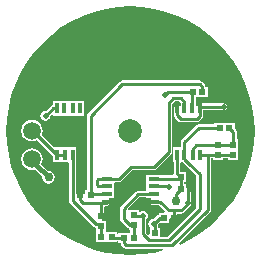
<source format=gtl>
%FSTAX23Y23*%
%MOIN*%
%SFA1B1*%

%IPPOS*%
%ADD10R,0.011810X0.037400*%
%ADD11R,0.037400X0.011810*%
%ADD12R,0.023620X0.021650*%
%ADD13R,0.021650X0.023620*%
%ADD14C,0.059050*%
%ADD15C,0.010000*%
%ADD16C,0.015000*%
%ADD17C,0.078740*%
%ADD18C,0.020000*%
%ADD19C,0.030000*%
%ADD20C,0.050000*%
%LNactive_electrode-1*%
%LPD*%
G36*
X00636Y00312D02*
D01*
X00637Y00312*
X00668Y0028*
Y00172*
X00572Y00076*
X00547*
Y00106*
X00541*
Y00115*
X0054Y00117*
X00541Y0012*
X00544Y00123*
X00577*
Y00136*
X00582Y00137*
X00583Y00135*
X00585Y00132*
X00589Y00129*
X00593Y00128*
X00597Y00129*
X00601Y00132*
X00603Y00135*
X00604Y0014*
Y00153*
X00618*
X00618Y00153*
X00622Y00154*
X00626Y00157*
X00647Y00178*
X0065Y00182*
X00651Y00186*
Y00228*
X0065Y00232*
X00647Y00236*
X00644Y00238*
X0064Y00239*
X00637Y00239*
X00632Y00242*
Y00251*
X00626*
Y00258*
X00632*
Y00291*
X00614*
Y00321*
X00616Y00325*
X00623*
X00636Y00312*
G37*
G36*
X00488Y00842D02*
X00528Y00836D01*
X00568Y00826*
X00606Y00812*
X00643Y00795*
X00678Y00774*
X0071Y0075*
X0074Y00722*
X00768Y00692*
X00792Y0066*
X00813Y00625*
X0083Y00588*
X00844Y0055*
X00854Y0051*
X0086Y0047*
X00862Y0043*
X0086Y00389*
X00854Y00349*
X00844Y00309*
X0083Y00271*
X00813Y00234*
X00792Y00199*
X00768Y00167*
X0074Y00137*
X0071Y00109*
X00678Y00085*
X00643Y00064*
X00613Y0005*
X00611Y00055*
X00712Y00157*
X00715Y0016*
X00716Y00165*
Y00338*
X00723*
Y00332*
X00756*
Y00338*
X00774*
Y00332*
X00808*
Y00365*
Y00401*
X00802*
Y00426*
X00801Y00431*
X00799Y00434*
X00796Y00438*
Y00456*
X00727*
Y00451*
X00675*
X0067Y0045*
X00667Y00447*
X0062Y00401*
X00618Y00398*
X00617Y00393*
Y00378*
X00615Y00374*
X00591*
Y00325*
X00592*
Y00286*
X00592Y00286*
X00588Y00281*
X00549*
Y00281*
X005*
Y00258*
Y00256*
Y00233*
X00496Y0023*
X00473*
Y0023*
X00469Y00229*
X00465Y00226*
X00417Y00177*
X00414Y00174*
X00413Y0017*
Y00135*
X00414Y0013*
X00417Y00127*
X00437Y00107*
X0044Y00104*
X00443Y00104*
Y00097*
X00448*
Y0009*
X00408*
Y00084*
X00402*
Y00091*
X00371*
X00366Y00093*
Y00129*
X00353*
X00352Y00134*
X00354Y00134*
X00357Y00137*
X0036Y0014*
X00361Y00145*
Y00175*
X00365Y00177*
X00369Y00178*
X00373Y00181*
X00377Y00185*
X00379Y00188*
X0038Y00193*
X00379Y00197*
X00377Y00201*
X00376Y00201*
X00377Y00206*
X00394*
Y0023*
Y00232*
Y00256*
X00398Y00258*
X0041*
X00414Y00259*
X00417Y00262*
X00454Y00298*
X00525*
X00529Y00299*
X00532Y00302*
X00582Y00352*
X00585Y00355*
X00586Y0036*
Y00518*
X00595Y00528*
X0061*
X00616Y00521*
Y00513*
X00611Y00512*
X00611Y00513*
X00607Y00515*
X00603Y00516*
X00598Y00515*
X00595Y00513*
X00592Y00509*
X00592Y00505*
Y00481*
X00592Y00477*
X00595Y00473*
X00607Y00462*
X0061Y00459*
X00615Y00458*
X0067*
X00674Y00459*
X00677Y00462*
X00687Y00472*
X0069Y00475*
X00691Y0048*
Y00498*
X0076*
X00764Y00499*
X00767Y00502*
X0077Y00505*
X00771Y0051*
X0077Y00514*
X00767Y00517*
X00764Y0052*
X0076Y00521*
X00684*
X0068Y0052*
X00676Y00517*
X00672Y00513*
X00671Y00512*
X00666Y00513*
Y0053*
X00665*
Y00543*
X00706*
Y00576*
X00699*
X00698Y0058*
X00696Y00584*
X00687Y00593*
X00683Y00596*
X00679Y00597*
X0042*
X00416Y00596*
X00412Y00593*
X00307Y00487*
X00304Y00484*
X00303Y0048*
Y00231*
X00297*
Y00218*
X00292Y00217*
X00291Y00219*
X00289Y00222*
X00285Y00225*
X00281Y00226*
X00277Y00225*
X00273Y00222*
X00271Y00219*
X00266Y0022*
Y00324*
X00266*
Y00374*
X00246*
X00243*
X00238*
X00217*
X00215*
X00194*
X00152Y00416*
X00154Y0042*
X00155Y0043*
X00154Y00439*
X00151Y00447*
X00145Y00455*
X00137Y00461*
X00129Y00464*
X0012Y00465*
X0011Y00464*
X00102Y00461*
X00094Y00455*
X00088Y00447*
X00085Y00439*
X00084Y0043*
X00085Y0042*
X00088Y00412*
X00094Y00404*
X00102Y00398*
X0011Y00395*
X0012Y00394*
X00129Y00395*
X00137Y00398*
X00138Y00399*
X00191Y00345*
Y00324*
X00215*
X00217*
X00238*
X00241*
X00243Y0032*
Y00196*
X00244Y00191*
X00247Y00188*
X00325Y0011*
X00328Y00107*
X00332Y00106*
X00333Y00102*
Y00096*
Y00093*
X00333Y00091*
Y00058*
X00402*
Y00062*
X00408*
Y00056*
X00411*
X00415Y00054*
X00416Y0005*
X00418Y00046*
X00425Y00039*
X00428Y00037*
X00433Y00036*
X00558*
X00558Y00031*
X00528Y00023*
X00488Y00017*
X00448Y00016*
X00407Y00017*
X00367Y00023*
X00327Y00033*
X00289Y00047*
X00252Y00064*
X00218Y00085*
X00185Y00109*
X00155Y00137*
X00128Y00167*
X00103Y00199*
X00083Y00234*
X00065Y00271*
X00051Y00309*
X00042Y00349*
X00036Y00389*
X00034Y0043*
X00036Y0047*
X00042Y0051*
X00051Y0055*
X00065Y00588*
X00083Y00625*
X00103Y0066*
X00128Y00692*
X00155Y00722*
X00185Y0075*
X00218Y00774*
X00252Y00795*
X00289Y00812*
X00327Y00826*
X00367Y00836*
X00407Y00842*
X00448Y00844*
X00488Y00842*
G37*
G36*
X005Y00206D02*
X00516D01*
X00518Y00201*
X00517Y00201*
X00514Y00197*
X00513Y00193*
X00514Y00188*
X00517Y00185*
X0052Y00182*
X00525Y00182*
X00542*
X00562Y00161*
X0056Y00156*
X00542*
Y0015*
X0054Y0015*
X00537Y00147*
X00525Y00136*
X00525Y00136*
X00518Y00135*
X00513Y00131*
X00509Y00126*
X00508Y0012*
X00509Y00113*
X00511Y00111*
X00512Y00106*
Y00085*
X00507Y00083*
X00501Y00089*
Y00135*
X00501Y00135*
X00505Y0014*
X00506Y00146*
X00505Y00153*
X00501Y00158*
X00496Y00162*
X0049Y00163*
X00483Y00162*
X00481Y0016*
X00476Y00163*
Y00166*
X00444*
X00441Y0017*
X00478Y00207*
X005*
Y00206*
G37*
%LNactive_electrode-2*%
%LPC*%
G36*
X00268Y00529D02*
X00263D01*
X00245*
X00243*
X00238*
X00216*
X00211*
X00191*
Y00516*
X0019*
X00185Y00515*
X00182Y00512*
X00165Y00496*
X00165Y00496*
X00158Y00495*
X00153Y00491*
X00149Y00486*
X00148Y0048*
X00149Y00473*
X00153Y00468*
X00158Y00464*
X00165Y00463*
X00171Y00464*
X00176Y00468*
X0018Y00473*
X00181Y0048*
X00181Y0048*
X00187Y00486*
X00191Y00484*
Y0048*
X00211*
X00215*
X0022*
X00238*
X0024*
X00245*
X00263*
X00266*
X00271*
X00292*
Y00529*
X00268*
G37*
G36*
X0012Y00371D02*
X0011Y0037D01*
X00102Y00366*
X00094Y0036*
X00088Y00353*
X00085Y00344*
X00084Y00335*
X00085Y00326*
X00088Y00317*
X00094Y0031*
X00102Y00304*
X0011Y003*
X0012Y00299*
X00129Y003*
X00129Y00301*
X00153Y00276*
X00153Y00275*
X00155Y00266*
X00159Y00259*
X00166Y00255*
X00175Y00253*
X00183Y00255*
X0019Y00259*
X00194Y00266*
X00196Y00275*
X00194Y00283*
X0019Y0029*
X00183Y00294*
X00175Y00296*
X00173Y00296*
X00151Y00318*
X00154Y00326*
X00155Y00335*
X00154Y00344*
X00151Y00353*
X00145Y0036*
X00137Y00366*
X00129Y0037*
X0012Y00371*
G37*
%LNactive_electrode-3*%
%LPD*%
G54D10*
X00203Y00505D03*
X00228D03*
X00255D03*
X0028D03*
Y00349D03*
X00255D03*
X00229D03*
X00203D03*
X0068Y00505D03*
X00654D03*
X00628D03*
X00603D03*
Y0035D03*
X00628D03*
X00655D03*
X0068D03*
G54D11*
X00369Y0027D03*
Y00244D03*
Y00218D03*
Y00193D03*
X00525D03*
Y00218D03*
Y00245D03*
Y0027D03*
G54D12*
X00315Y00215D03*
X00281D03*
X0046Y00073D03*
X00426D03*
X00563Y0009D03*
X0053D03*
X00593Y0014D03*
X0056D03*
X00648Y00235D03*
X00615D03*
X00648Y00275D03*
X00615D03*
X00351Y00075D03*
X00385D03*
X00745Y0044D03*
X00778D03*
X00688Y0056D03*
X00655D03*
G54D13*
X0046Y00115D03*
Y00148D03*
X0074Y00383D03*
Y0035D03*
X0035Y00145D03*
Y00111D03*
X00791Y00383D03*
Y0035D03*
G54D14*
X0012Y00524D03*
Y0043D03*
Y00335D03*
G54D15*
X00525Y00245D02*
X00575D01*
X00577Y00242*
X0013Y0032D02*
Y00336D01*
X00603Y00286D02*
X00615Y00275D01*
X00603Y00286D02*
Y0035D01*
X0061Y0027D02*
X00615Y00275D01*
X00525Y0027D02*
X0061D01*
X00615Y00235D02*
Y00264D01*
X006Y0022D02*
X00615Y00235D01*
X006Y00195D02*
Y0022D01*
X00628Y00336D02*
Y0035D01*
Y00336D02*
X00644Y0032D01*
X00644D02*
X0068Y00285D01*
X00644Y0032D02*
X00644D01*
X0068Y00168D02*
Y00285D01*
X00576Y00065D02*
X0068Y00168D01*
X00575Y00165D02*
X00593D01*
X00546Y00193D02*
X00575Y00165D01*
X00705D02*
Y0035D01*
X00587Y00047D02*
X00705Y00165D01*
X00433Y00047D02*
X00587D01*
X0051Y00065D02*
X00576D01*
X0049Y00085D02*
X0051Y00065D01*
X0049Y00085D02*
Y00146D01*
X00426Y00054D02*
X00433Y00047D01*
X00365Y00189D02*
X00369Y00193D01*
X0035Y00189D02*
X00365D01*
X0013Y00423D02*
Y0043D01*
X0019Y00505D02*
X00203D01*
X00165Y0048D02*
X0019Y00505D01*
X0013Y00423D02*
X00203Y00349D01*
X00229*
X00255Y00196D02*
X00332Y00118D01*
X00255Y00196D02*
Y00349D01*
X00595Y00165D02*
X00618D01*
X00593D02*
X00595D01*
X00593Y00163D02*
Y00165D01*
Y0014D02*
Y00163D01*
X00618Y00165D02*
X0064Y00186D01*
X00593Y00163D02*
X00595Y00165D01*
X00545Y0014D02*
X0056D01*
X00525Y0012D02*
X00545Y0014D01*
X00525Y0012D02*
X0053Y00115D01*
Y0009D02*
Y00115D01*
X0064Y00186D02*
Y0019D01*
Y00228*
X00525Y00193D02*
X00546D01*
X00461Y00146D02*
X0049D01*
X0046Y00148D02*
X00461Y00146D01*
X00425Y00135D02*
X00445Y00115D01*
X00425Y00135D02*
Y0017D01*
X00473Y00218*
X00445Y00115D02*
X0046D01*
X00473Y00218D02*
X00525D01*
X0068Y00505D02*
X00684Y0051D01*
X0076*
X00281Y00198D02*
X0029Y00189D01*
X00281Y00198D02*
Y00215D01*
X0029Y00189D02*
X0035D01*
X00343Y00118D02*
X0035Y00111D01*
X00332Y00118D02*
X00343D01*
X0035Y00145D02*
Y00189D01*
Y00111D02*
X00351Y0011D01*
Y00075D02*
Y0011D01*
X00385Y00075D02*
X00386Y00073D01*
X00426*
X00705Y0035D02*
X0074D01*
X0068D02*
X00705D01*
X00426Y00054D02*
Y00073D01*
X0046D02*
Y00115D01*
X00688Y0056D02*
Y00576D01*
X00679Y00585D02*
X00688Y00576D01*
X0042Y00585D02*
X00679D01*
X00315Y0048D02*
X0042Y00585D01*
X00315Y00215D02*
Y0048D01*
Y00215D02*
X00318Y00218D01*
X00369*
X00455Y00148D02*
X0046D01*
X00525Y0031D02*
X00575Y0036D01*
X0045Y0031D02*
X00525D01*
X00575Y0036D02*
Y00523D01*
X00591Y00539*
X00562Y0055D02*
X00572Y0056D01*
X00655*
X00591Y00539D02*
X00615D01*
X0034Y0027D02*
X00369D01*
X00335Y00265D02*
X0034Y0027D01*
X00335Y0025D02*
Y00265D01*
Y0025D02*
X0034Y00245D01*
X00368*
X00369Y00244*
Y0027D02*
X0041D01*
X0045Y0031*
X00675Y0044D02*
X00745D01*
X00628Y00393D02*
X00675Y0044D01*
X00603Y00481D02*
Y00505D01*
Y00481D02*
X00615Y0047D01*
X0067*
X0068Y0048*
Y00505*
X00654D02*
Y00559D01*
X00791Y00383D02*
Y00426D01*
X00778Y0044D02*
X00791Y00426D01*
X0074Y0035D02*
X00791D01*
X0074Y00383D02*
X00791D01*
X00739Y00383D02*
X0074Y00383D01*
X00667Y00383D02*
X00739D01*
X00655Y0037D02*
X00667Y00383D01*
X00655Y0035D02*
Y0037D01*
X00628Y0035D02*
Y00393D01*
X00615Y00539D02*
X00628Y00525D01*
Y00505D02*
Y00525D01*
G54D16*
X0013Y0032D02*
X00175Y00275D01*
G54D17*
X00448Y0043D03*
G54D18*
X00577Y00242D03*
X00165Y0048D03*
X00525Y0012D03*
X0064Y0019D03*
X0049Y00146D03*
X0076Y0051D03*
X00562Y0055D03*
G54D19*
X006Y00195D03*
X00175Y00275D03*
G54D20*
X0015Y00215D03*
X00195Y0015D03*
X0076Y0061D03*
X00675Y00705D03*
X00755Y0021D03*
X0027Y00665D03*
X00605Y0067D03*
X00445Y00775D03*
X00175Y0067D03*
X00585Y0076D03*
X003Y00755D03*
M02*
</source>
